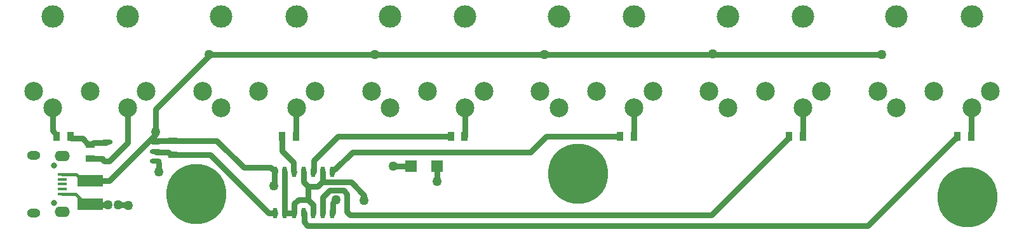
<source format=gtl>
G04*
G04 #@! TF.GenerationSoftware,Altium Limited,Altium Designer,19.1.7 (138)*
G04*
G04 Layer_Physical_Order=1*
G04 Layer_Color=255*
%FSLAX25Y25*%
%MOIN*%
G70*
G01*
G75*
%ADD17R,0.03543X0.05118*%
%ADD18R,0.05118X0.03543*%
%ADD19R,0.13189X0.06496*%
%ADD20R,0.05906X0.05906*%
%ADD21O,0.06299X0.02362*%
%ADD22O,0.02362X0.05709*%
%ADD23R,0.05118X0.01772*%
%ADD38C,0.03000*%
%ADD39C,0.01600*%
%ADD40C,0.31496*%
%ADD41C,0.11811*%
%ADD42C,0.09843*%
%ADD43C,0.03150*%
%ADD44O,0.07087X0.04528*%
%ADD45O,0.07874X0.05512*%
%ADD46C,0.05000*%
D17*
X21949Y-72835D02*
D03*
X29232D02*
D03*
X494390D02*
D03*
X501673D02*
D03*
X228642D02*
D03*
X235925D02*
D03*
X317520D02*
D03*
X324803D02*
D03*
X406102D02*
D03*
X413386D02*
D03*
X140059D02*
D03*
X147343D02*
D03*
D18*
X82677Y-82382D02*
D03*
Y-75098D02*
D03*
X39370Y-84350D02*
D03*
Y-77067D02*
D03*
D19*
Y-108563D02*
D03*
Y-96161D02*
D03*
D20*
X221457Y-88583D02*
D03*
X207677D02*
D03*
D21*
X73819Y-85709D02*
D03*
Y-80709D02*
D03*
Y-75709D02*
D03*
X48228Y-85709D02*
D03*
Y-75709D02*
D03*
D22*
X136575Y-113091D02*
D03*
X141575D02*
D03*
X146575D02*
D03*
X151575D02*
D03*
X156575D02*
D03*
X161575D02*
D03*
X166575D02*
D03*
X136575Y-91634D02*
D03*
X141575D02*
D03*
X146575D02*
D03*
X151575D02*
D03*
X156575D02*
D03*
X161575D02*
D03*
X166575D02*
D03*
D23*
X24803Y-103051D02*
D03*
Y-100492D02*
D03*
Y-97933D02*
D03*
Y-95374D02*
D03*
Y-92815D02*
D03*
D38*
X166894Y-107715D02*
X168308Y-106300D01*
X166894Y-112772D02*
Y-107715D01*
X165252Y-101299D02*
X172335D01*
X162145Y-96988D02*
X176472D01*
X161575Y-104976D02*
X165252Y-101299D01*
X172335D02*
X174092Y-103057D01*
Y-112544D02*
Y-103057D01*
X161575Y-96418D02*
X162145Y-96988D01*
X135827Y-98917D02*
Y-97884D01*
X188760Y-29804D02*
X188945Y-29989D01*
X101654Y-29804D02*
X188760D01*
X101654Y-30502D02*
Y-29804D01*
X73819Y-58337D02*
X101654Y-30502D01*
X49508Y-96161D02*
X73819Y-71850D01*
X366547Y-29933D02*
X454811D01*
X366142Y-29528D02*
X366547Y-29933D01*
X365820Y-29850D02*
X366142Y-29528D01*
X277729Y-29850D02*
X365820D01*
X277590Y-29989D02*
X277729Y-29850D01*
X188945Y-29989D02*
X277590D01*
X74287Y-75240D02*
X82535D01*
X73819Y-70374D02*
Y-58337D01*
Y-71850D02*
Y-70374D01*
X82535Y-75240D02*
X82677Y-75098D01*
X75295Y-91535D02*
Y-86902D01*
X221506Y-96408D02*
Y-88632D01*
X133244Y-113091D02*
X136575D01*
X102536Y-82382D02*
X133244Y-113091D01*
X82677Y-82382D02*
X102536D01*
X59292Y-108976D02*
X59330Y-109013D01*
X54105Y-108939D02*
X54142Y-108976D01*
X59292D01*
X48630Y-108751D02*
X48817Y-108939D01*
X39558Y-108751D02*
X48630D01*
X221457Y-88583D02*
X221506Y-88632D01*
X183217Y-106501D02*
Y-103733D01*
X176472Y-96988D02*
X183217Y-103733D01*
X153755Y-99038D02*
X153780Y-99063D01*
Y-106038D02*
Y-99063D01*
X166894Y-90280D02*
X167929D01*
X177108Y-81101D01*
X156894Y-85374D02*
X169434Y-72835D01*
X156894Y-91315D02*
Y-85374D01*
X151575Y-96859D02*
Y-91634D01*
Y-96859D02*
X153755Y-99038D01*
X161575Y-96418D02*
Y-91634D01*
X158955Y-99038D02*
X161575Y-96418D01*
X153755Y-99038D02*
X158955D01*
X169434Y-72835D02*
X228642D01*
X270392Y-81101D02*
X278659Y-72835D01*
X177108Y-81101D02*
X270392D01*
X166575Y-90598D02*
X166894Y-90280D01*
X166575Y-91634D02*
Y-90598D01*
X278659Y-72835D02*
X317520D01*
X156575Y-113091D02*
Y-108834D01*
X153780Y-106038D02*
X156575Y-108834D01*
X148717Y-106038D02*
X153780D01*
X146575Y-108181D02*
X148717Y-106038D01*
X146575Y-113091D02*
Y-108181D01*
X151730Y-117969D02*
X153487Y-119726D01*
X151730Y-117969D02*
Y-113245D01*
X141575Y-113091D02*
X146575D01*
X141575D02*
Y-91634D01*
X140059Y-80330D02*
X146256Y-86527D01*
Y-91315D02*
Y-86527D01*
Y-91315D02*
X146575Y-91634D01*
X140059Y-80330D02*
Y-72835D01*
X151575Y-113091D02*
X151730Y-113245D01*
X153487Y-119726D02*
X447498D01*
X493331Y-73894D01*
X494118D01*
X494390Y-73622D01*
Y-72835D01*
X365423Y-114301D02*
X406102Y-73622D01*
X175850Y-114301D02*
X365423D01*
X406102Y-73622D02*
Y-72835D01*
X174092Y-112544D02*
X175850Y-114301D01*
X161575Y-113091D02*
Y-104976D01*
X198367Y-88463D02*
X198427Y-88523D01*
X39370Y-96161D02*
X49508D01*
X74138Y-81028D02*
X80535D01*
X81890Y-82382D01*
X82677D01*
X501821Y-58022D02*
X501968Y-57874D01*
X501821Y-72687D02*
Y-58022D01*
X501673Y-72835D02*
X501821Y-72687D01*
X413386Y-72835D02*
Y-57874D01*
X324803Y-72835D02*
Y-57874D01*
X236073Y-58022D02*
X236221Y-57874D01*
X236073Y-72687D02*
Y-58022D01*
X235925Y-72835D02*
X236073Y-72687D01*
X198427Y-88523D02*
X207618D01*
X207677Y-88583D01*
X147490Y-58022D02*
X147638Y-57874D01*
X147490Y-72687D02*
Y-58022D01*
X147343Y-72835D02*
X147490Y-72687D01*
X119980Y-89151D02*
X134092D01*
X135221Y-90280D01*
X136256D01*
X136575Y-90598D01*
Y-91634D02*
Y-90598D01*
X105927Y-75098D02*
X119980Y-89151D01*
X82677Y-75098D02*
X105927D01*
X49559Y-85709D02*
X59055Y-76213D01*
Y-57874D01*
X48228Y-85709D02*
X49559D01*
X39370Y-108563D02*
X39558Y-108751D01*
X166575Y-113091D02*
X166894Y-112772D01*
X135827Y-97884D02*
X136256Y-97455D01*
Y-91953D01*
X136575Y-91634D01*
X46898Y-85709D02*
X48228D01*
X45811Y-84622D02*
X46898Y-85709D01*
X39642Y-84622D02*
X45811D01*
X39370Y-84350D02*
X39642Y-84622D01*
X41197Y-76028D02*
X47909D01*
X40157Y-77067D02*
X41197Y-76028D01*
X47909D02*
X48228Y-75709D01*
X39370Y-77067D02*
X40157D01*
X19685Y-69784D02*
Y-57874D01*
Y-69784D02*
X21949Y-72047D01*
Y-72835D02*
Y-72047D01*
X38583Y-77067D02*
X39370D01*
X35409Y-73894D02*
X38583Y-77067D01*
X29504Y-73894D02*
X35409D01*
X29232Y-73622D02*
X29504Y-73894D01*
X29232Y-73622D02*
Y-72835D01*
D39*
X37205Y-108563D02*
X39370D01*
X31693Y-103051D02*
X37205Y-108563D01*
X24803Y-103051D02*
X31693D01*
X33182Y-93713D02*
X36922D01*
X32283Y-92815D02*
X33182Y-93713D01*
X24803Y-92815D02*
X32283D01*
X36922Y-93713D02*
X39370Y-96161D01*
D40*
X499855Y-104751D02*
D03*
X295367Y-92576D02*
D03*
X95230Y-103051D02*
D03*
D41*
X462598Y-9843D02*
D03*
X501968D02*
D03*
X374016D02*
D03*
X413386D02*
D03*
X285433D02*
D03*
X324803D02*
D03*
X196850D02*
D03*
X236221D02*
D03*
X108268D02*
D03*
X147638D02*
D03*
X19685Y-9843D02*
D03*
X59055D02*
D03*
D42*
X452756Y-49213D02*
D03*
X462598Y-57874D02*
D03*
X482283Y-49213D02*
D03*
X501968Y-57874D02*
D03*
X511811Y-49213D02*
D03*
X364173D02*
D03*
X374016Y-57874D02*
D03*
X393701Y-49213D02*
D03*
X413386Y-57874D02*
D03*
X423228Y-49213D02*
D03*
X275590D02*
D03*
X285433Y-57874D02*
D03*
X305118Y-49213D02*
D03*
X324803Y-57874D02*
D03*
X334646Y-49213D02*
D03*
X187008D02*
D03*
X196850Y-57874D02*
D03*
X216535Y-49213D02*
D03*
X236221Y-57874D02*
D03*
X246063Y-49213D02*
D03*
X98425D02*
D03*
X108268Y-57874D02*
D03*
X127953Y-49213D02*
D03*
X147638Y-57874D02*
D03*
X157480Y-49213D02*
D03*
X9843Y-49213D02*
D03*
X19685Y-57874D02*
D03*
X39370Y-49213D02*
D03*
X59055Y-57874D02*
D03*
X68898Y-49213D02*
D03*
D43*
X20472Y-107776D02*
D03*
Y-88090D02*
D03*
D44*
X9843Y-82677D02*
D03*
Y-113189D02*
D03*
D45*
X24803Y-83268D02*
D03*
Y-112598D02*
D03*
D46*
X168308Y-106300D02*
D03*
X135827Y-98917D02*
D03*
X101654Y-29804D02*
D03*
X454811Y-29933D02*
D03*
X366142Y-29528D02*
D03*
X277729Y-29850D02*
D03*
X188945Y-29989D02*
D03*
X73819Y-70374D02*
D03*
X75295Y-91535D02*
D03*
X221506Y-96408D02*
D03*
X59330Y-109013D02*
D03*
X54105Y-108939D02*
D03*
X48817D02*
D03*
X183217Y-106501D02*
D03*
X198367Y-88463D02*
D03*
M02*

</source>
